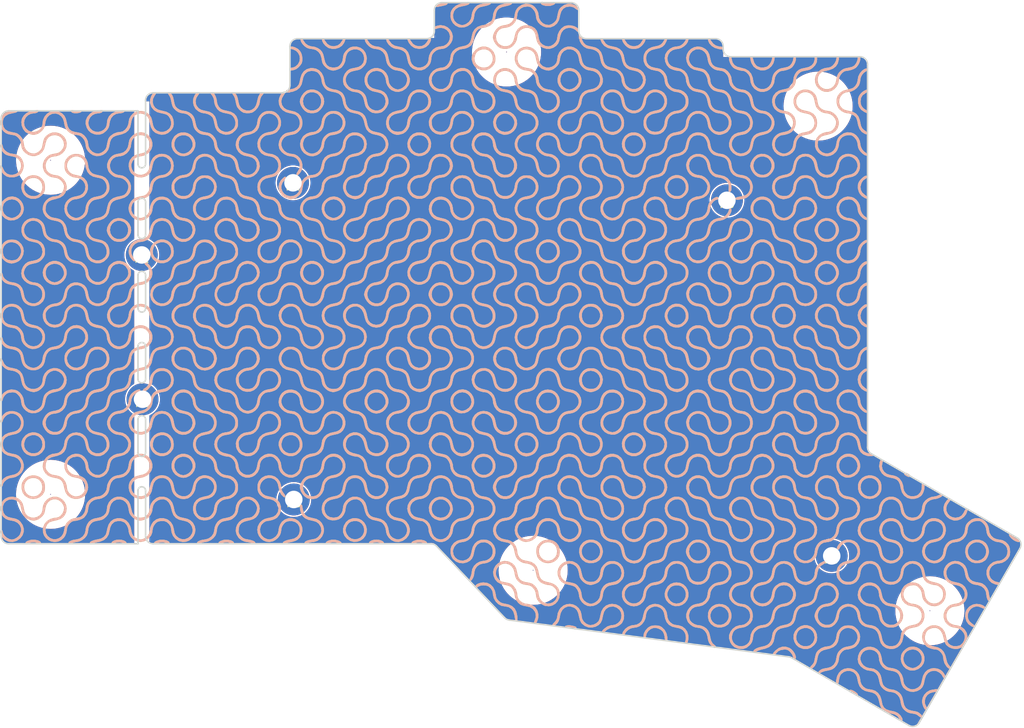
<source format=kicad_pcb>
(kicad_pcb (version 20221018) (generator pcbnew)
  (layers (0 "F.Cu" signal) (31 "B.Cu" signal) (34 "B.Paste" user) (35 "F.Paste" user) (36 "B.SilkS" user "B.Silkscreen") (37 "F.SilkS" user "F.Silkscreen") (38 "B.Mask" user) (39 "F.Mask" user) (44 "Edge.Cuts" user))
  (net 0 "")
  (footprint "Silks:skean_truchet_6col_back" (layer "F.Cu") (at 100.121464 61.599367)
    (fp_text reference "G***")
    (fp_text value "LOGO" hide)
  )
  (footprint "Silks:skean_truchet_6col" (layer "F.Cu") (at 100.121464 61.599367)
    (fp_text reference "G***")
    (fp_text value "LOGO" hide)
  )
  (footprint "kbd:M2_Hole_TH" (layer "F.Cu") (at 128.721463 40.374367)
    (fp_text reference "H8" (at 0 0.5) (layer "F.SilkS"))
    (fp_text value "MountingHole")
    (pad "" thru_hole circle (at 0 0) (size 4.2 4.2) (drill 2.3) (layers "*.Cu" "*.Mask"))
  )
  (footprint "kbd:M2_Hole_TH" (layer "F.Cu") (at 71.621463 38.074367)
    (fp_text reference "H4" (at 0 0.5) (layer "F.SilkS"))
    (fp_text value "MountingHole")
    (pad "" thru_hole circle (at 0 0) (size 4.2 4.2) (drill 2.3) (layers "*.Cu" "*.Mask"))
  )
  (footprint "kbd:M2_Hole_TH" (layer "F.Cu") (at 51.821463 66.574367)
    (fp_text reference "H2" (at 0 0.5) (layer "F.SilkS"))
    (fp_text value "MountingHole")
    (pad "" thru_hole circle (at 0 0) (size 4.2 4.2) (drill 2.3) (layers "*.Cu" "*.Mask"))
  )
  (footprint "kbd:Bumpon_REV" (layer "F.Cu") (at 39.721463 35.099368)
    (fp_text reference "REF**")
    (fp_text value "Bumpon_REV")
    (pad "" smd circle (at 0 0) (size 0.1 0.1) (layers "F.Cu" "F.Paste" "F.Mask") (clearance 4.5))
    (pad "" smd circle (at 0 0) (size 0.1 0.1) (layers "B.Cu" "B.Paste" "B.Mask") (clearance 4.5))
  )
  (footprint "kbd:Bumpon_REV" (layer "F.Cu") (at 140.721463 27.974367)
    (fp_text reference "REF**")
    (fp_text value "Bumpon_REV")
    (pad "" smd circle (at 0 0) (size 0.1 0.1) (layers "F.Cu" "F.Paste" "F.Mask") (clearance 4.5))
    (pad "" smd circle (at 0 0) (size 0.1 0.1) (layers "B.Cu" "B.Paste" "B.Mask") (clearance 4.5))
  )
  (footprint "kbd:M2_Hole_TH" (layer "F.Cu") (at 51.721463 47.574367)
    (fp_text reference "H1" (at 0 0.5) (layer "F.SilkS"))
    (fp_text value "MountingHole")
    (pad "" thru_hole circle (at 0 0) (size 4.2 4.2) (drill 2.3) (layers "*.Cu" "*.Mask"))
  )
  (footprint "kbd:Bumpon_REV" (layer "F.Cu") (at 155.426296 94.425796)
    (fp_text reference "REF**")
    (fp_text value "Bumpon_REV")
    (pad "" smd circle (at 0 0) (size 0.1 0.1) (layers "F.Cu" "F.Paste" "F.Mask") (clearance 4.5))
    (pad "" smd circle (at 0 0) (size 0.1 0.1) (layers "B.Cu" "B.Paste" "B.Mask") (clearance 4.5))
  )
  (footprint "kbd:Bumpon_REV" (layer "F.Cu") (at 39.721463 79.099367)
    (fp_text reference "REF**")
    (fp_text value "Bumpon_REV")
    (pad "" smd circle (at 0 0) (size 0.1 0.1) (layers "F.Cu" "F.Paste" "F.Mask") (clearance 4.5))
    (pad "" smd circle (at 0 0) (size 0.1 0.1) (layers "B.Cu" "B.Paste" "B.Mask") (clearance 4.5))
  )
  (footprint "kbd:Bumpon_REV" (layer "F.Cu") (at 99.721463 20.849368)
    (fp_text reference "REF**")
    (fp_text value "Bumpon_REV")
    (pad "" smd circle (at 0 0) (size 0.1 0.1) (layers "F.Cu" "F.Paste" "F.Mask") (clearance 4.5))
    (pad "" smd circle (at 0 0) (size 0.1 0.1) (layers "B.Cu" "B.Paste" "B.Mask") (clearance 4.5))
  )
  (footprint "kbd:M2_Hole_TH" (layer "F.Cu") (at 71.721463 79.774367)
    (fp_text reference "H5" (at 0 0.5) (layer "F.SilkS"))
    (fp_text value "MountingHole")
    (pad "" thru_hole circle (at 0 0) (size 4.2 4.2) (drill 2.3) (layers "*.Cu" "*.Mask"))
  )
  (footprint "kbd:M2_Hole_TH" (layer "F.Cu") (at 142.507505 87.19918)
    (fp_text reference "H9" (at 0 0.5) (layer "F.SilkS"))
    (fp_text value "MountingHole")
    (pad "" thru_hole circle (at 0 0) (size 4.2 4.2) (drill 2.3) (layers "*.Cu" "*.Mask"))
  )
  (footprint "kbd:Bumpon_REV" (layer "F.Cu") (at 103.221463 89.099097)
    (fp_text reference "REF**")
    (fp_text value "Bumpon_REV")
    (pad "" smd circle (at 0 0) (size 0.1 0.1) (layers "F.Cu" "F.Paste" "F.Mask") (clearance 4.5))
    (pad "" smd circle (at 0 0) (size 0.1 0.1) (layers "B.Cu" "B.Paste" "B.Mask") (clearance 4.5))
  )
  (gr_arc (start 89.796623 85.599367) (mid 90.187009 85.679623) (end 90.514076 85.907372) (stroke (width 0.2)) (layer "Edge.Cuts"))
  (gr_arc (start 166.912511 84.834934) (mid 167.378437 85.442141) (end 167.278537 86.20096) (stroke (width 0.2)) (layer "Edge.Cuts"))
  (gr_arc (start 51.221463 59.599366) (mid 51.721463 59.099366) (end 52.221463 59.599366) (stroke (width 0.2)) (layer "Edge.Cuts"))
  (gr_arc (start 90.221463 18.099368) (mid 89.92857 18.806475) (end 89.221463 19.099368) (stroke (width 0.2)) (layer "Edge.Cuts"))
  (gr_line (start 52.221463 35.599367) (end 52.221463 27.224367) (stroke (width 0.2)) (layer "Edge.Cuts"))
  (gr_line (start 99.480311 95.345258) (end 90.514076 85.907372) (stroke (width 0.2)) (layer "Edge.Cuts"))
  (gr_arc (start 51.221463 40.599367) (mid 51.721463 40.099367) (end 52.221463 40.599367) (stroke (width 0.2)) (layer "Edge.Cuts"))
  (gr_line (start 147.721463 73.754978) (end 166.912511 84.834934) (stroke (width 0.2)) (layer "Edge.Cuts"))
  (gr_line (start 147.221463 22.474368) (end 147.221463 72.888952) (stroke (width 0.2)) (layer "Edge.Cuts"))
  (gr_line (start 51.221463 28.599368) (end 51.221463 35.599367) (stroke (width 0.2)) (layer "Edge.Cuts"))
  (gr_arc (start 52.22149 63.924327) (mid 51.72149 64.424327) (end 51.22149 63.924327) (stroke (width 0.2)) (layer "Edge.Cuts"))
  (gr_arc (start 71.221463 25.224368) (mid 70.92857 25.931475) (end 70.221463 26.224368) (stroke (width 0.2)) (layer "Edge.Cuts"))
  (gr_arc (start 52.221463 73.599366) (mid 51.721463 74.099366) (end 51.221463 73.599366) (stroke (width 0.2)) (layer "Edge.Cuts"))
  (gr_line (start 52.221463 84.599366) (end 52.221463 78.599366) (stroke (width 0.2)) (layer "Edge.Cuts"))
  (gr_line (start 51.221491 54.599327) (end 51.22149 50.224327) (stroke (width 0.2)) (layer "Edge.Cuts"))
  (gr_arc (start 53.221463 85.599366) (mid 52.514356 85.306473) (end 52.221463 84.599366) (stroke (width 0.2)) (layer "Edge.Cuts"))
  (gr_line (start 71.221463 25.224368) (end 71.221463 20.099368) (stroke (width 0.2)) (layer "Edge.Cuts"))
  (gr_arc (start 146.221463 21.474368) (mid 146.92857 21.767261) (end 147.221463 22.474368) (stroke (width 0.2)) (layer "Edge.Cuts"))
  (gr_arc (start 108.221463 14.349368) (mid 108.92857 14.642261) (end 109.221463 15.349368) (stroke (width 0.2)) (layer "Edge.Cuts"))
  (gr_line (start 110.221463 19.099367) (end 127.221463 19.099367) (stroke (width 0.2)) (layer "Edge.Cuts"))
  (gr_line (start 89.796623 85.599366) (end 53.221463 85.599366) (stroke (width 0.2)) (layer "Edge.Cuts"))
  (gr_line (start 152.662511 109.516658) (end 137.244527 100.615081) (stroke (width 0.2)) (layer "Edge.Cuts"))
  (gr_line (start 51.22149 69.224327) (end 51.221491 73.599327) (stroke (width 0.2)) (layer "Edge.Cuts"))
  (gr_arc (start 51.22149 69.224327) (mid 51.72149 68.724327) (end 52.22149 69.224327) (stroke (width 0.2)) (layer "Edge.Cuts"))
  (gr_arc (start 110.221462 19.099368) (mid 109.514356 18.806474) (end 109.221463 18.099367) (stroke (width 0.2)) (layer "Edge.Cuts"))
  (gr_line (start 33.221463 84.609762) (end 33.221463 44.849367) (stroke (width 0.2)) (layer "Edge.Cuts"))
  (gr_arc (start 52.221463 54.599366) (mid 51.721463 55.099366) (end 51.221463 54.599366) (stroke (width 0.2)) (layer "Edge.Cuts"))
  (gr_arc (start 51.221463 78.599366) (mid 51.721463 78.099366) (end 52.221463 78.599366) (stroke (width 0.2)) (layer "Edge.Cuts"))
  (gr_line (start 51.221463 78.599366) (end 51.221463 85.599366) (stroke (width 0.2)) (layer "Edge.Cuts"))
  (gr_line (start 51.221491 40.599328) (end 51.22149 44.924327) (stroke (width 0.2)) (layer "Edge.Cuts"))
  (gr_arc (start 34.211068 85.599367) (mid 33.511312 85.309518) (end 33.221463 84.609762) (stroke (width 0.2)) (layer "Edge.Cuts"))
  (gr_line (start 51.221463 85.599366) (end 34.211068 85.599366) (stroke (width 0.2)) (layer "Edge.Cuts"))
  (gr_arc (start 52.221463 27.224368) (mid 52.514356 26.517261) (end 53.221463 26.224368) (stroke (width 0.2)) (layer "Edge.Cuts"))
  (gr_line (start 53.221463 26.224368) (end 70.221463 26.224368) (stroke (width 0.2)) (layer "Edge.Cuts"))
  (gr_line (start 52.221491 40.599328) (end 52.22149 44.924327) (stroke (width 0.2)) (layer "Edge.Cuts"))
  (gr_line (start 51.22149 63.924327) (end 51.221491 59.599327) (stroke (width 0.2)) (layer "Edge.Cuts"))
  (gr_arc (start 129.221463 21.474367) (mid 128.514356 21.181474) (end 128.221463 20.474367) (stroke (width 0.2)) (layer "Edge.Cuts"))
  (gr_arc (start 51.22149 50.224327) (mid 51.72149 49.724327) (end 52.22149 50.224327) (stroke (width 0.2)) (layer "Edge.Cuts"))
  (gr_line (start 52.22149 63.924327) (end 52.221491 59.599327) (stroke (width 0.2)) (layer "Edge.Cuts"))
  (gr_arc (start 90.221463 15.349368) (mid 90.514356 14.642261) (end 91.221463 14.349368) (stroke (width 0.2)) (layer "Edge.Cuts"))
  (gr_arc (start 127.221463 19.099367) (mid 127.92857 19.39226) (end 128.221463 20.099367) (stroke (width 0.2)) (layer "Edge.Cuts"))
  (gr_arc (start 100.068595 95.644797) (mid 99.748739 95.545528) (end 99.480311 95.345258) (stroke (width 0.2)) (layer "Edge.Cuts"))
  (gr_line (start 52.221491 73.599327) (end 52.22149 69.224327) (stroke (width 0.2)) (layer "Edge.Cuts"))
  (gr_line (start 136.878894 100.490965) (end 100.068595 95.644797) (stroke (width 0.2)) (layer "Edge.Cuts"))
  (gr_line (start 33.221464 44.849368) (end 33.221464 29.599368) (stroke (width 0.2)) (layer "Edge.Cuts"))
  (gr_line (start 109.221463 15.349368) (end 109.221463 18.099367) (stroke (width 0.2)) (layer "Edge.Cuts"))
  (gr_line (start 128.221463 20.099367) (end 128.221463 20.474367) (stroke (width 0.2)) (layer "Edge.Cuts"))
  (gr_arc (start 33.221464 29.599368) (mid 33.514357 28.892261) (end 34.221464 28.599368) (stroke (width 0.2)) (layer "Edge.Cuts"))
  (gr_line (start 129.221463 21.474367) (end 146.221463 21.474368) (stroke (width 0.2)) (layer "Edge.Cuts"))
  (gr_arc (start 52.22149 44.924327) (mid 51.72149 45.424327) (end 51.22149 44.924327) (stroke (width 0.2)) (layer "Edge.Cuts"))
  (gr_line (start 167.278537 86.20096) (end 154.028537 109.150633) (stroke (width 0.2)) (layer "Edge.Cuts"))
  (gr_arc (start 52.221463 35.599367) (mid 51.721463 36.099367) (end 51.221463 35.599367) (stroke (width 0.2)) (layer "Edge.Cuts"))
  (gr_arc (start 136.878894 100.490965) (mid 137.067823 100.535017) (end 137.244527 100.615081) (stroke (width 0.2)) (layer "Edge.Cuts"))
  (gr_arc (start 147.721463 73.754977) (mid 147.355438 73.388952) (end 147.221463 72.888952) (stroke (width 0.2)) (layer "Edge.Cuts"))
  (gr_arc (start 71.221462 20.099368) (mid 71.514356 19.392261) (end 72.221463 19.099367) (stroke (width 0.2)) (layer "Edge.Cuts"))
  (gr_line (start 90.221463 18.099368) (end 90.221463 15.349368) (stroke (width 0.2)) (layer "Edge.Cuts"))
  (gr_line (start 91.221463 14.349368) (end 108.221463 14.349368) (stroke (width 0.2)) (layer "Edge.Cuts"))
  (gr_line (start 72.221463 19.099367) (end 89.221463 19.099368) (stroke (width 0.2)) (layer "Edge.Cuts"))
  (gr_line (start 52.221491 54.599327) (end 52.22149 50.224327) (stroke (width 0.2)) (layer "Edge.Cuts"))
  (gr_arc (start 154.028536 109.150633) (mid 153.42133 109.616559) (end 152.662511 109.516658) (stroke (width 0.2)) (layer "Edge.Cuts"))
  (gr_line (start 34.221464 28.599368) (end 51.221463 28.599368) (stroke (width 0.2)) (layer "Edge.Cuts"))
  (zone (net 0) (net_name "") (layers "F&B.Cu") (priority 1) (connect_pads (clearance 0.2)) (min_thickness 0.25) (fill yes (thermal_gap 0.5) (thermal_bridge_width 0.5))
    (polygon (pts (xy 109.221463 19.104952) (xy 128.221463 19.104952) (xy 128.221463 21.504952) (xy 147.221463 21.504952) (xy 147.221463 23.804952) (xy 147.721464 73.349367) (xy 167.821463 85.204952) (xy 153.421463 109.904952) (xy 137.021463 100.504952) (xy 99.721463 95.504952) (xy 90.121463 85.504952) (xy 33.221463 85.604952) (xy 33.221463 28.504952) (xy 52.221463 28.504952) (xy 52.221463 26.204952) (xy 71.221463 26.204952) (xy 71.221463 19.004952) (xy 90.221463 19.004952) (xy 90.221463 14.304952) (xy 109.221463 14.304952)))
  )
  (zone (net 0) (net_name "") (layers "F&B.Cu") (connect_pads (clearance 0)) (min_thickness 0.254)
    (keepout (tracks not_allowed) (vias not_allowed) (pads not_allowed) (copperpour not_allowed) (footprints allowed))
    (fill (thermal_gap 0.508) (thermal_bridge_width 0.508))
    (polygon (pts (xy 52.721463 86.099367) (xy 50.721463 86.099367) (xy 50.721463 27.349367) (xy 52.721463 27.349367)))
  )
)
</source>
